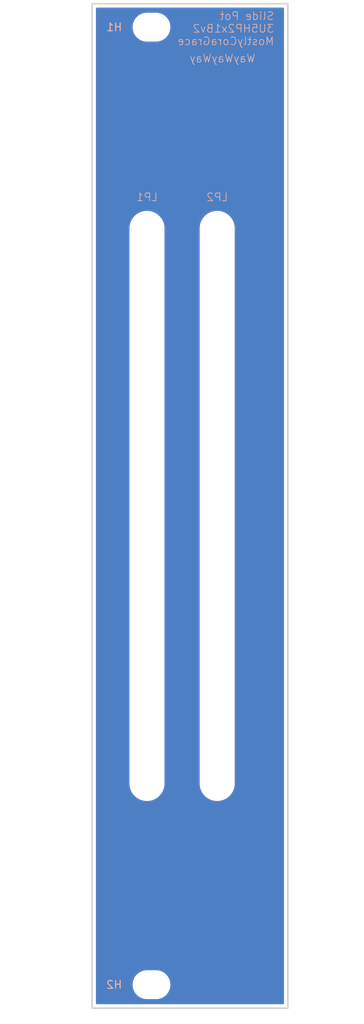
<source format=kicad_pcb>
(kicad_pcb (version 20241229) (generator "pcbnew") (generator_version "9.0")
  (layers (0 "F.Cu" signal) (2 "B.Cu" signal) (13 "F.Paste" user) (15 "B.Paste" user) (5 "F.SilkS" user "F.Silkscreen") (7 "B.SilkS" user "B.Silkscreen") (1 "F.Mask" user) (3 "B.Mask" user) (25 "Edge.Cuts" user))
  (net 0 "")
  (footprint "EXC:MountingHole_3.2mm_M3" (layer "F.Cu") (at 7.62 5.425)
    (property "Reference" "H1" (at -3.683 0 0) (layer "B.SilkS") (effects (justify left mirror)))
    (property "Value" "Eurorack_M3_MountingHole")
    (pad "" np_thru_hole oval (at 0 0) (size 4.34 3.2) (drill oval 4.34 3.2) (layers "*.Cu" "*.Mask"))
  )
  (footprint "EXC:Linear_Potentiometer_75mm_M2_Panel_Mount_Top" (layer "F.Cu") (at 7.04 66.675)
    (property "Reference" "LP1" (at 0 -39.5 0) (layer "B.SilkS") (effects (font (thickness 0.1)) (justify mirror)))
    (property "Value" "Linear_Potentiometer_75mm_M2_Panel_Mount_Top")
    (pad "" np_thru_hole oval (at 0 0) (size 4 75) (drill oval 4 75) (layers "*.Cu" "*.Mask"))
  )
  (footprint "EXC:Linear_Potentiometer_75mm_M2_Panel_Mount_Top" (layer "F.Cu") (at 16.04 66.675)
    (property "Reference" "LP2" (at 0 -39.5 0) (layer "B.SilkS") (effects (font (thickness 0.1)) (justify mirror)))
    (property "Value" "Linear_Potentiometer_75mm_M2_Panel_Mount_Top")
    (pad "" np_thru_hole oval (at 0 0) (size 4 75) (drill oval 4 75) (layers "*.Cu" "*.Mask"))
  )
  (footprint "EXC:MountingHole_3.2mm_M3" (layer "F.Cu") (at 7.62 127.925)
    (property "Reference" "H2" (at -3.683 0 0) (layer "B.SilkS") (effects (justify left mirror)))
    (property "Value" "Eurorack_M3_MountingHole")
    (pad "" np_thru_hole oval (at 0 0) (size 4.34 3.2) (drill oval 4.34 3.2) (layers "*.Cu" "*.Mask"))
  )
  (gr_rect (start 0 2.425) (end 25.1 130.925) (stroke (width 0.2)) (fill no) (layer "Edge.Cuts"))
  (gr_text "Slide Pot\n3U5HP2x1Bv2\nMostlyCoraGrace" (at 23.4 7.8 0) (layer "B.SilkS") (effects (font (size 1 1) (thickness 0.1)) (justify left bottom mirror)))
  (gr_text "WayWayWay" (at 21 10 0) (layer "B.SilkS") (effects (font (size 1 1) (thickness 0.1)) (justify left bottom mirror)))
  (zone (net 0) (net_name "") (layers "F.Cu" "B.Cu") (connect_pads (clearance 0.5)) (min_thickness 0.25) (fill yes (thermal_gap 0.5) (thermal_bridge_width 0.5) (island_removal_mode 1) (island_area_min 10))
    (polygon (pts (xy 0 2.425) (xy 25.1 2.425) (xy 25.1 130.925) (xy 0 130.925)))
  )
)
</source>
